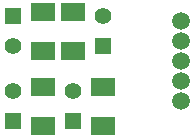
<source format=gts>
G04 (created by PCBNEW (2013-may-18)-stable) date Tue 01 Oct 2013 11:13:52 PM CDT*
%MOIN*%
G04 Gerber Fmt 3.4, Leading zero omitted, Abs format*
%FSLAX34Y34*%
G01*
G70*
G90*
G04 APERTURE LIST*
%ADD10C,0.006*%
%ADD11R,0.055X0.055*%
%ADD12C,0.055*%
%ADD13C,0.0590551*%
%ADD14R,0.08X0.06*%
G04 APERTURE END LIST*
G54D10*
G54D11*
X8900Y-11250D03*
G54D12*
X8900Y-10250D03*
G54D11*
X8900Y-7750D03*
G54D12*
X8900Y-8750D03*
G54D13*
X14500Y-10590D03*
X14500Y-9920D03*
X14500Y-9250D03*
X14500Y-8580D03*
X14500Y-7910D03*
G54D14*
X9900Y-7600D03*
X9900Y-8900D03*
X9900Y-11400D03*
X9900Y-10100D03*
X11900Y-10100D03*
X11900Y-11400D03*
X10900Y-8900D03*
X10900Y-7600D03*
G54D11*
X11900Y-8750D03*
G54D12*
X11900Y-7750D03*
G54D11*
X10900Y-11250D03*
G54D12*
X10900Y-10250D03*
M02*

</source>
